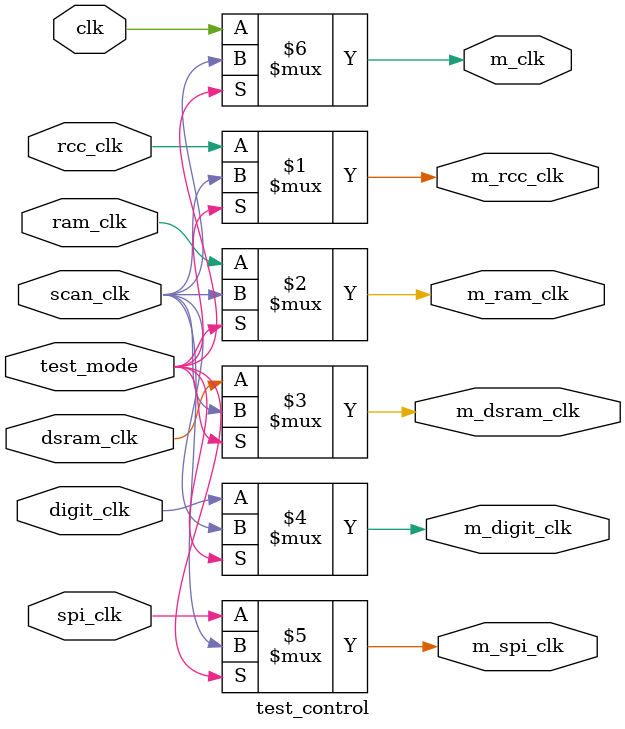
<source format=v>
module test_control(
    m_rcc_clk,
    m_digit_clk,
    m_spi_clk,
    m_ram_clk,
    m_dsram_clk,
    m_clk,
    clk,
    rcc_clk,
    digit_clk,
    spi_clk,
    ram_clk,
    dsram_clk,
    scan_clk,
    test_mode
);

output m_rcc_clk;
output m_digit_clk;
output m_spi_clk;
output m_ram_clk;
output m_dsram_clk;
output m_clk;

input clk;
input rcc_clk;
input digit_clk;
input spi_clk;
input ram_clk;
input dsram_clk;
input scan_clk;
input test_mode; 
 
assign m_rcc_clk	= test_mode ? scan_clk : rcc_clk;
assign m_ram_clk	= test_mode ? scan_clk : ram_clk;
assign m_dsram_clk	= test_mode ? scan_clk : dsram_clk;
assign m_digit_clk	= test_mode ? scan_clk : digit_clk;
assign m_spi_clk	= test_mode ? scan_clk : spi_clk;
assign m_clk		= test_mode ? scan_clk : clk;

endmodule

</source>
